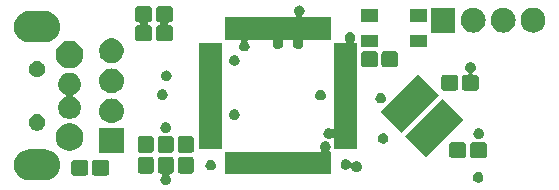
<source format=gbs>
G04 #@! TF.GenerationSoftware,KiCad,Pcbnew,(5.0.1)-3*
G04 #@! TF.CreationDate,2018-12-01T20:49:27+09:00*
G04 #@! TF.ProjectId,comet46,636F6D657434362E6B696361645F7063,rev?*
G04 #@! TF.SameCoordinates,PX2faf080PY2faf080*
G04 #@! TF.FileFunction,Soldermask,Bot*
G04 #@! TF.FilePolarity,Negative*
%FSLAX46Y46*%
G04 Gerber Fmt 4.6, Leading zero omitted, Abs format (unit mm)*
G04 Created by KiCad (PCBNEW (5.0.1)-3) date 2018/12/01 20:49:27*
%MOMM*%
%LPD*%
G01*
G04 APERTURE LIST*
%ADD10C,0.100000*%
G04 APERTURE END LIST*
D10*
G36*
X14453530Y-13155877D02*
X14505010Y-13171493D01*
X14552442Y-13196846D01*
X14594027Y-13230973D01*
X14628154Y-13272558D01*
X14653507Y-13319990D01*
X14669123Y-13371470D01*
X14675000Y-13431140D01*
X14675000Y-14318860D01*
X14669123Y-14378530D01*
X14653507Y-14430010D01*
X14628154Y-14477442D01*
X14594027Y-14519027D01*
X14552442Y-14553154D01*
X14505010Y-14578507D01*
X14453530Y-14594123D01*
X14422499Y-14597179D01*
X14398465Y-14601959D01*
X14375826Y-14611336D01*
X14355452Y-14624950D01*
X14338124Y-14642277D01*
X14324510Y-14662652D01*
X14315133Y-14685291D01*
X14310352Y-14709324D01*
X14310352Y-14733828D01*
X14315132Y-14757862D01*
X14324509Y-14780501D01*
X14338123Y-14800875D01*
X14346362Y-14809965D01*
X14349536Y-14813139D01*
X14398785Y-14886845D01*
X14432707Y-14968740D01*
X14450000Y-15055678D01*
X14450000Y-15144322D01*
X14432707Y-15231260D01*
X14398785Y-15313155D01*
X14349536Y-15386861D01*
X14286861Y-15449536D01*
X14213155Y-15498785D01*
X14131260Y-15532707D01*
X14044322Y-15550000D01*
X13955678Y-15550000D01*
X13868740Y-15532707D01*
X13786845Y-15498785D01*
X13713139Y-15449536D01*
X13650464Y-15386861D01*
X13601215Y-15313155D01*
X13567293Y-15231260D01*
X13550000Y-15144322D01*
X13550000Y-15055678D01*
X13567293Y-14968740D01*
X13601215Y-14886845D01*
X13650464Y-14813139D01*
X13653638Y-14809965D01*
X13669184Y-14791023D01*
X13680735Y-14769412D01*
X13687848Y-14745963D01*
X13690250Y-14721577D01*
X13687848Y-14697191D01*
X13680735Y-14673742D01*
X13669184Y-14652131D01*
X13653638Y-14633189D01*
X13634696Y-14617643D01*
X13613085Y-14606092D01*
X13589636Y-14598979D01*
X13577501Y-14597179D01*
X13546470Y-14594123D01*
X13494990Y-14578507D01*
X13447558Y-14553154D01*
X13405973Y-14519027D01*
X13371846Y-14477442D01*
X13346493Y-14430010D01*
X13330877Y-14378530D01*
X13325000Y-14318860D01*
X13325000Y-13431140D01*
X13330877Y-13371470D01*
X13346493Y-13319990D01*
X13371846Y-13272558D01*
X13405973Y-13230973D01*
X13447558Y-13196846D01*
X13494990Y-13171493D01*
X13546470Y-13155877D01*
X13606140Y-13150000D01*
X14393860Y-13150000D01*
X14453530Y-13155877D01*
X14453530Y-13155877D01*
G37*
G36*
X40581260Y-14467293D02*
X40663155Y-14501215D01*
X40736861Y-14550464D01*
X40799536Y-14613139D01*
X40848785Y-14686845D01*
X40882707Y-14768740D01*
X40900000Y-14855678D01*
X40900000Y-14944322D01*
X40882707Y-15031260D01*
X40848785Y-15113155D01*
X40799536Y-15186861D01*
X40736861Y-15249536D01*
X40663155Y-15298785D01*
X40581260Y-15332707D01*
X40494322Y-15350000D01*
X40405678Y-15350000D01*
X40318740Y-15332707D01*
X40236845Y-15298785D01*
X40163139Y-15249536D01*
X40100464Y-15186861D01*
X40051215Y-15113155D01*
X40017293Y-15031260D01*
X40000000Y-14944322D01*
X40000000Y-14855678D01*
X40017293Y-14768740D01*
X40051215Y-14686845D01*
X40100464Y-14613139D01*
X40163139Y-14550464D01*
X40236845Y-14501215D01*
X40318740Y-14467293D01*
X40405678Y-14450000D01*
X40494322Y-14450000D01*
X40581260Y-14467293D01*
X40581260Y-14467293D01*
G37*
G36*
X4004845Y-12568810D02*
X4249896Y-12643145D01*
X4475736Y-12763860D01*
X4673687Y-12926313D01*
X4836140Y-13124264D01*
X4956855Y-13350104D01*
X5031190Y-13595155D01*
X5056290Y-13850000D01*
X5031190Y-14104845D01*
X4956855Y-14349896D01*
X4836140Y-14575736D01*
X4673687Y-14773687D01*
X4475736Y-14936140D01*
X4249896Y-15056855D01*
X4004845Y-15131190D01*
X3813864Y-15150000D01*
X2386136Y-15150000D01*
X2195155Y-15131190D01*
X1950104Y-15056855D01*
X1724264Y-14936140D01*
X1526313Y-14773687D01*
X1363860Y-14575736D01*
X1243145Y-14349896D01*
X1168810Y-14104845D01*
X1143710Y-13850000D01*
X1168810Y-13595155D01*
X1243145Y-13350104D01*
X1363860Y-13124264D01*
X1526313Y-12926313D01*
X1724264Y-12763860D01*
X1950104Y-12643145D01*
X2195155Y-12568810D01*
X2386136Y-12550000D01*
X3813864Y-12550000D01*
X4004845Y-12568810D01*
X4004845Y-12568810D01*
G37*
G36*
X7228530Y-13430877D02*
X7280010Y-13446493D01*
X7327442Y-13471846D01*
X7369027Y-13505973D01*
X7403154Y-13547558D01*
X7428507Y-13594990D01*
X7444123Y-13646470D01*
X7450000Y-13706140D01*
X7450000Y-14493860D01*
X7444123Y-14553530D01*
X7428507Y-14605010D01*
X7403154Y-14652442D01*
X7369027Y-14694027D01*
X7327442Y-14728154D01*
X7280010Y-14753507D01*
X7228530Y-14769123D01*
X7168860Y-14775000D01*
X6281140Y-14775000D01*
X6221470Y-14769123D01*
X6169990Y-14753507D01*
X6122558Y-14728154D01*
X6080973Y-14694027D01*
X6046846Y-14652442D01*
X6021493Y-14605010D01*
X6005877Y-14553530D01*
X6000000Y-14493860D01*
X6000000Y-13706140D01*
X6005877Y-13646470D01*
X6021493Y-13594990D01*
X6046846Y-13547558D01*
X6080973Y-13505973D01*
X6122558Y-13471846D01*
X6169990Y-13446493D01*
X6221470Y-13430877D01*
X6281140Y-13425000D01*
X7168860Y-13425000D01*
X7228530Y-13430877D01*
X7228530Y-13430877D01*
G37*
G36*
X8978530Y-13430877D02*
X9030010Y-13446493D01*
X9077442Y-13471846D01*
X9119027Y-13505973D01*
X9153154Y-13547558D01*
X9178507Y-13594990D01*
X9194123Y-13646470D01*
X9200000Y-13706140D01*
X9200000Y-14493860D01*
X9194123Y-14553530D01*
X9178507Y-14605010D01*
X9153154Y-14652442D01*
X9119027Y-14694027D01*
X9077442Y-14728154D01*
X9030010Y-14753507D01*
X8978530Y-14769123D01*
X8918860Y-14775000D01*
X8031140Y-14775000D01*
X7971470Y-14769123D01*
X7919990Y-14753507D01*
X7872558Y-14728154D01*
X7830973Y-14694027D01*
X7796846Y-14652442D01*
X7771493Y-14605010D01*
X7755877Y-14553530D01*
X7750000Y-14493860D01*
X7750000Y-13706140D01*
X7755877Y-13646470D01*
X7771493Y-13594990D01*
X7796846Y-13547558D01*
X7830973Y-13505973D01*
X7872558Y-13471846D01*
X7919990Y-13446493D01*
X7971470Y-13430877D01*
X8031140Y-13425000D01*
X8918860Y-13425000D01*
X8978530Y-13430877D01*
X8978530Y-13430877D01*
G37*
G36*
X27639042Y-11860216D02*
X27657983Y-11875761D01*
X27679596Y-11887314D01*
X27713153Y-11901214D01*
X27713155Y-11901215D01*
X27757547Y-11930877D01*
X27786861Y-11950464D01*
X27849536Y-12013139D01*
X27898785Y-12086845D01*
X27932707Y-12168740D01*
X27950000Y-12255678D01*
X27950000Y-12344322D01*
X27932707Y-12431260D01*
X27898784Y-12513157D01*
X27870455Y-12555555D01*
X27858904Y-12577165D01*
X27851791Y-12600615D01*
X27849389Y-12625001D01*
X27851791Y-12649387D01*
X27858904Y-12672836D01*
X27870456Y-12694447D01*
X27886001Y-12713389D01*
X27904944Y-12728934D01*
X27926554Y-12740485D01*
X27950004Y-12747598D01*
X27974389Y-12750000D01*
X27975000Y-12750000D01*
X27975000Y-14650000D01*
X19025000Y-14650000D01*
X19025000Y-12750000D01*
X27025611Y-12750000D01*
X27049997Y-12747598D01*
X27073446Y-12740485D01*
X27095057Y-12728934D01*
X27113999Y-12713388D01*
X27129545Y-12694446D01*
X27141096Y-12672835D01*
X27148209Y-12649386D01*
X27150611Y-12625000D01*
X27148209Y-12600614D01*
X27141096Y-12577165D01*
X27129545Y-12555555D01*
X27101216Y-12513157D01*
X27067293Y-12431260D01*
X27050000Y-12344322D01*
X27050000Y-12255678D01*
X27067293Y-12168740D01*
X27101215Y-12086845D01*
X27150464Y-12013139D01*
X27213139Y-11950464D01*
X27286845Y-11901215D01*
X27368740Y-11867293D01*
X27455678Y-11850000D01*
X27544322Y-11850000D01*
X27548177Y-11850767D01*
X27572563Y-11853170D01*
X27596949Y-11850769D01*
X27620399Y-11843656D01*
X27623912Y-11841779D01*
X27639042Y-11860216D01*
X27639042Y-11860216D01*
G37*
G36*
X16153530Y-13155877D02*
X16205010Y-13171493D01*
X16252442Y-13196846D01*
X16294027Y-13230973D01*
X16328154Y-13272558D01*
X16353507Y-13319990D01*
X16369123Y-13371470D01*
X16375000Y-13431140D01*
X16375000Y-14318860D01*
X16369123Y-14378530D01*
X16353507Y-14430010D01*
X16328154Y-14477442D01*
X16294027Y-14519027D01*
X16252442Y-14553154D01*
X16205010Y-14578507D01*
X16153530Y-14594123D01*
X16093860Y-14600000D01*
X15306140Y-14600000D01*
X15246470Y-14594123D01*
X15194990Y-14578507D01*
X15147558Y-14553154D01*
X15105973Y-14519027D01*
X15071846Y-14477442D01*
X15046493Y-14430010D01*
X15030877Y-14378530D01*
X15025000Y-14318860D01*
X15025000Y-13431140D01*
X15030877Y-13371470D01*
X15046493Y-13319990D01*
X15071846Y-13272558D01*
X15105973Y-13230973D01*
X15147558Y-13196846D01*
X15194990Y-13171493D01*
X15246470Y-13155877D01*
X15306140Y-13150000D01*
X16093860Y-13150000D01*
X16153530Y-13155877D01*
X16153530Y-13155877D01*
G37*
G36*
X12753530Y-13155877D02*
X12805010Y-13171493D01*
X12852442Y-13196846D01*
X12894027Y-13230973D01*
X12928154Y-13272558D01*
X12953507Y-13319990D01*
X12969123Y-13371470D01*
X12975000Y-13431140D01*
X12975000Y-14318860D01*
X12969123Y-14378530D01*
X12953507Y-14430010D01*
X12928154Y-14477442D01*
X12894027Y-14519027D01*
X12852442Y-14553154D01*
X12805010Y-14578507D01*
X12753530Y-14594123D01*
X12693860Y-14600000D01*
X11906140Y-14600000D01*
X11846470Y-14594123D01*
X11794990Y-14578507D01*
X11747558Y-14553154D01*
X11705973Y-14519027D01*
X11671846Y-14477442D01*
X11646493Y-14430010D01*
X11630877Y-14378530D01*
X11625000Y-14318860D01*
X11625000Y-13431140D01*
X11630877Y-13371470D01*
X11646493Y-13319990D01*
X11671846Y-13272558D01*
X11705973Y-13230973D01*
X11747558Y-13196846D01*
X11794990Y-13171493D01*
X11846470Y-13155877D01*
X11906140Y-13150000D01*
X12693860Y-13150000D01*
X12753530Y-13155877D01*
X12753530Y-13155877D01*
G37*
G36*
X29381260Y-13367283D02*
X29463155Y-13401205D01*
X29536861Y-13450454D01*
X29599536Y-13513129D01*
X29599538Y-13513132D01*
X29648785Y-13586835D01*
X29658617Y-13610573D01*
X29670163Y-13632174D01*
X29685708Y-13651116D01*
X29704650Y-13666662D01*
X29726261Y-13678213D01*
X29749710Y-13685327D01*
X29774096Y-13687729D01*
X29798483Y-13685327D01*
X29821932Y-13678215D01*
X29843543Y-13666664D01*
X29862486Y-13651117D01*
X29863139Y-13650464D01*
X29936845Y-13601215D01*
X30018740Y-13567293D01*
X30105678Y-13550000D01*
X30194322Y-13550000D01*
X30281260Y-13567293D01*
X30363155Y-13601215D01*
X30436861Y-13650464D01*
X30499536Y-13713139D01*
X30548785Y-13786845D01*
X30582707Y-13868740D01*
X30600000Y-13955678D01*
X30600000Y-14044322D01*
X30582707Y-14131260D01*
X30548785Y-14213155D01*
X30499536Y-14286861D01*
X30436861Y-14349536D01*
X30363155Y-14398785D01*
X30281260Y-14432707D01*
X30194322Y-14450000D01*
X30105678Y-14450000D01*
X30018740Y-14432707D01*
X29936845Y-14398785D01*
X29863139Y-14349536D01*
X29800464Y-14286861D01*
X29751217Y-14213158D01*
X29751215Y-14213155D01*
X29741383Y-14189417D01*
X29729837Y-14167816D01*
X29714292Y-14148874D01*
X29695350Y-14133328D01*
X29673739Y-14121777D01*
X29650290Y-14114663D01*
X29625904Y-14112261D01*
X29601517Y-14114663D01*
X29578068Y-14121775D01*
X29556457Y-14133326D01*
X29537514Y-14148873D01*
X29536861Y-14149526D01*
X29463155Y-14198775D01*
X29381260Y-14232697D01*
X29294322Y-14249990D01*
X29205678Y-14249990D01*
X29118740Y-14232697D01*
X29036845Y-14198775D01*
X28963139Y-14149526D01*
X28900464Y-14086851D01*
X28851215Y-14013145D01*
X28817293Y-13931250D01*
X28800000Y-13844312D01*
X28800000Y-13755668D01*
X28817293Y-13668730D01*
X28851215Y-13586835D01*
X28900464Y-13513129D01*
X28963139Y-13450454D01*
X29036845Y-13401205D01*
X29118740Y-13367283D01*
X29205678Y-13349990D01*
X29294322Y-13349990D01*
X29381260Y-13367283D01*
X29381260Y-13367283D01*
G37*
G36*
X17931260Y-13442293D02*
X18013155Y-13476215D01*
X18086861Y-13525464D01*
X18149536Y-13588139D01*
X18198785Y-13661845D01*
X18232707Y-13743740D01*
X18250000Y-13830678D01*
X18250000Y-13919322D01*
X18232707Y-14006260D01*
X18198785Y-14088155D01*
X18149536Y-14161861D01*
X18086861Y-14224536D01*
X18013155Y-14273785D01*
X17931260Y-14307707D01*
X17844322Y-14325000D01*
X17755678Y-14325000D01*
X17668740Y-14307707D01*
X17586845Y-14273785D01*
X17513139Y-14224536D01*
X17450464Y-14161861D01*
X17401215Y-14088155D01*
X17367293Y-14006260D01*
X17350000Y-13919322D01*
X17350000Y-13830678D01*
X17367293Y-13743740D01*
X17401215Y-13661845D01*
X17450464Y-13588139D01*
X17513139Y-13525464D01*
X17586845Y-13476215D01*
X17668740Y-13442293D01*
X17755678Y-13425000D01*
X17844322Y-13425000D01*
X17931260Y-13442293D01*
X17931260Y-13442293D01*
G37*
G36*
X40978530Y-11930877D02*
X41030010Y-11946493D01*
X41077442Y-11971846D01*
X41119027Y-12005973D01*
X41153154Y-12047558D01*
X41178507Y-12094990D01*
X41194123Y-12146470D01*
X41200000Y-12206140D01*
X41200000Y-12993860D01*
X41194123Y-13053530D01*
X41178507Y-13105010D01*
X41153154Y-13152442D01*
X41119027Y-13194027D01*
X41077442Y-13228154D01*
X41030010Y-13253507D01*
X40978530Y-13269123D01*
X40918860Y-13275000D01*
X40031140Y-13275000D01*
X39971470Y-13269123D01*
X39919990Y-13253507D01*
X39872558Y-13228154D01*
X39830973Y-13194027D01*
X39796846Y-13152442D01*
X39771493Y-13105010D01*
X39755877Y-13053530D01*
X39750000Y-12993860D01*
X39750000Y-12206140D01*
X39755877Y-12146470D01*
X39771493Y-12094990D01*
X39796846Y-12047558D01*
X39830973Y-12005973D01*
X39872558Y-11971846D01*
X39919990Y-11946493D01*
X39971470Y-11930877D01*
X40031140Y-11925000D01*
X40918860Y-11925000D01*
X40978530Y-11930877D01*
X40978530Y-11930877D01*
G37*
G36*
X39228530Y-11930877D02*
X39280010Y-11946493D01*
X39327442Y-11971846D01*
X39369027Y-12005973D01*
X39403154Y-12047558D01*
X39428507Y-12094990D01*
X39444123Y-12146470D01*
X39450000Y-12206140D01*
X39450000Y-12993860D01*
X39444123Y-13053530D01*
X39428507Y-13105010D01*
X39403154Y-13152442D01*
X39369027Y-13194027D01*
X39327442Y-13228154D01*
X39280010Y-13253507D01*
X39228530Y-13269123D01*
X39168860Y-13275000D01*
X38281140Y-13275000D01*
X38221470Y-13269123D01*
X38169990Y-13253507D01*
X38122558Y-13228154D01*
X38080973Y-13194027D01*
X38046846Y-13152442D01*
X38021493Y-13105010D01*
X38005877Y-13053530D01*
X38000000Y-12993860D01*
X38000000Y-12206140D01*
X38005877Y-12146470D01*
X38021493Y-12094990D01*
X38046846Y-12047558D01*
X38080973Y-12005973D01*
X38122558Y-11971846D01*
X38169990Y-11946493D01*
X38221470Y-11930877D01*
X38281140Y-11925000D01*
X39168860Y-11925000D01*
X39228530Y-11930877D01*
X39228530Y-11930877D01*
G37*
G36*
X39200180Y-10018198D02*
X36018198Y-13200180D01*
X34250430Y-11432412D01*
X37432412Y-8250430D01*
X39200180Y-10018198D01*
X39200180Y-10018198D01*
G37*
G36*
X10450000Y-12870000D02*
X8350000Y-12870000D01*
X8350000Y-10770000D01*
X10450000Y-10770000D01*
X10450000Y-12870000D01*
X10450000Y-12870000D01*
G37*
G36*
X16153530Y-11405877D02*
X16205010Y-11421493D01*
X16252442Y-11446846D01*
X16294027Y-11480973D01*
X16328154Y-11522558D01*
X16353507Y-11569990D01*
X16369123Y-11621470D01*
X16375000Y-11681140D01*
X16375000Y-12568860D01*
X16369123Y-12628530D01*
X16353507Y-12680010D01*
X16328154Y-12727442D01*
X16294027Y-12769027D01*
X16252442Y-12803154D01*
X16205010Y-12828507D01*
X16153530Y-12844123D01*
X16093860Y-12850000D01*
X15306140Y-12850000D01*
X15246470Y-12844123D01*
X15194990Y-12828507D01*
X15147558Y-12803154D01*
X15105973Y-12769027D01*
X15071846Y-12727442D01*
X15046493Y-12680010D01*
X15030877Y-12628530D01*
X15025000Y-12568860D01*
X15025000Y-11681140D01*
X15030877Y-11621470D01*
X15046493Y-11569990D01*
X15071846Y-11522558D01*
X15105973Y-11480973D01*
X15147558Y-11446846D01*
X15194990Y-11421493D01*
X15246470Y-11405877D01*
X15306140Y-11400000D01*
X16093860Y-11400000D01*
X16153530Y-11405877D01*
X16153530Y-11405877D01*
G37*
G36*
X14008798Y-11390485D02*
X14032247Y-11397598D01*
X14056633Y-11400000D01*
X14393860Y-11400000D01*
X14453530Y-11405877D01*
X14505010Y-11421493D01*
X14552442Y-11446846D01*
X14594027Y-11480973D01*
X14628154Y-11522558D01*
X14653507Y-11569990D01*
X14669123Y-11621470D01*
X14675000Y-11681140D01*
X14675000Y-12568860D01*
X14669123Y-12628530D01*
X14653507Y-12680010D01*
X14628154Y-12727442D01*
X14594027Y-12769027D01*
X14552442Y-12803154D01*
X14505010Y-12828507D01*
X14453530Y-12844123D01*
X14393860Y-12850000D01*
X13606140Y-12850000D01*
X13546470Y-12844123D01*
X13494990Y-12828507D01*
X13447558Y-12803154D01*
X13405973Y-12769027D01*
X13371846Y-12727442D01*
X13346493Y-12680010D01*
X13330877Y-12628530D01*
X13325000Y-12568860D01*
X13325000Y-11681140D01*
X13330877Y-11621470D01*
X13346493Y-11569990D01*
X13371846Y-11522558D01*
X13405973Y-11480973D01*
X13447558Y-11446846D01*
X13494990Y-11421493D01*
X13546470Y-11405877D01*
X13606140Y-11400000D01*
X13943367Y-11400000D01*
X13967753Y-11397598D01*
X13991202Y-11390485D01*
X14000000Y-11385783D01*
X14008798Y-11390485D01*
X14008798Y-11390485D01*
G37*
G36*
X12753530Y-11405877D02*
X12805010Y-11421493D01*
X12852442Y-11446846D01*
X12894027Y-11480973D01*
X12928154Y-11522558D01*
X12953507Y-11569990D01*
X12969123Y-11621470D01*
X12975000Y-11681140D01*
X12975000Y-12568860D01*
X12969123Y-12628530D01*
X12953507Y-12680010D01*
X12928154Y-12727442D01*
X12894027Y-12769027D01*
X12852442Y-12803154D01*
X12805010Y-12828507D01*
X12753530Y-12844123D01*
X12693860Y-12850000D01*
X11906140Y-12850000D01*
X11846470Y-12844123D01*
X11794990Y-12828507D01*
X11747558Y-12803154D01*
X11705973Y-12769027D01*
X11671846Y-12727442D01*
X11646493Y-12680010D01*
X11630877Y-12628530D01*
X11625000Y-12568860D01*
X11625000Y-11681140D01*
X11630877Y-11621470D01*
X11646493Y-11569990D01*
X11671846Y-11522558D01*
X11705973Y-11480973D01*
X11747558Y-11446846D01*
X11794990Y-11421493D01*
X11846470Y-11405877D01*
X11906140Y-11400000D01*
X12693860Y-11400000D01*
X12753530Y-11405877D01*
X12753530Y-11405877D01*
G37*
G36*
X6114793Y-10364847D02*
X6189818Y-10379770D01*
X6369464Y-10454182D01*
X6401834Y-10467590D01*
X6592647Y-10595087D01*
X6754913Y-10757353D01*
X6754915Y-10757356D01*
X6882410Y-10948166D01*
X6970230Y-11160182D01*
X6978392Y-11201215D01*
X7015000Y-11385256D01*
X7015000Y-11614744D01*
X7006725Y-11656344D01*
X6970230Y-11839818D01*
X6934946Y-11925000D01*
X6882410Y-12051834D01*
X6754913Y-12242647D01*
X6592647Y-12404913D01*
X6592644Y-12404915D01*
X6401834Y-12532410D01*
X6189818Y-12620230D01*
X6114793Y-12635153D01*
X5964744Y-12665000D01*
X5735256Y-12665000D01*
X5585207Y-12635153D01*
X5510182Y-12620230D01*
X5298166Y-12532410D01*
X5107356Y-12404915D01*
X5107353Y-12404913D01*
X4945087Y-12242647D01*
X4817590Y-12051834D01*
X4765054Y-11925000D01*
X4729770Y-11839818D01*
X4693275Y-11656344D01*
X4685000Y-11614744D01*
X4685000Y-11385256D01*
X4721608Y-11201215D01*
X4729770Y-11160182D01*
X4817590Y-10948166D01*
X4945085Y-10757356D01*
X4945087Y-10757353D01*
X5107353Y-10595087D01*
X5298166Y-10467590D01*
X5330536Y-10454182D01*
X5510182Y-10379770D01*
X5585207Y-10364847D01*
X5735256Y-10335000D01*
X5964744Y-10335000D01*
X6114793Y-10364847D01*
X6114793Y-10364847D01*
G37*
G36*
X18750000Y-12475000D02*
X16850000Y-12475000D01*
X16850000Y-3525000D01*
X18750000Y-3525000D01*
X18750000Y-12475000D01*
X18750000Y-12475000D01*
G37*
G36*
X29731282Y-2617271D02*
X29813177Y-2651193D01*
X29886883Y-2700442D01*
X29949558Y-2763117D01*
X29998807Y-2836823D01*
X30032729Y-2918718D01*
X30050022Y-3005656D01*
X30050022Y-3094300D01*
X30032729Y-3181238D01*
X29998807Y-3263133D01*
X29953758Y-3330554D01*
X29942207Y-3352165D01*
X29935094Y-3375615D01*
X29932692Y-3400001D01*
X29935094Y-3424387D01*
X29942207Y-3447836D01*
X29953759Y-3469447D01*
X29969304Y-3488389D01*
X29988246Y-3503934D01*
X30009857Y-3515485D01*
X30033307Y-3522598D01*
X30057692Y-3525000D01*
X30150000Y-3525000D01*
X30150000Y-12475000D01*
X28250000Y-12475000D01*
X28250000Y-11674389D01*
X28247598Y-11650003D01*
X28240485Y-11626554D01*
X28228934Y-11604943D01*
X28213388Y-11586001D01*
X28194446Y-11570455D01*
X28172835Y-11558904D01*
X28149386Y-11551791D01*
X28125000Y-11549389D01*
X28100614Y-11551791D01*
X28077165Y-11558904D01*
X28055555Y-11570455D01*
X28013157Y-11598784D01*
X28013156Y-11598785D01*
X28013155Y-11598785D01*
X28001162Y-11603753D01*
X27931260Y-11632707D01*
X27844322Y-11650000D01*
X27755678Y-11650000D01*
X27751823Y-11649233D01*
X27727437Y-11646830D01*
X27703051Y-11649231D01*
X27679601Y-11656344D01*
X27676088Y-11658221D01*
X27660958Y-11639784D01*
X27642017Y-11624239D01*
X27620404Y-11612686D01*
X27586847Y-11598786D01*
X27586846Y-11598786D01*
X27586845Y-11598785D01*
X27513142Y-11549538D01*
X27513139Y-11549536D01*
X27450464Y-11486861D01*
X27401215Y-11413155D01*
X27367293Y-11331260D01*
X27350000Y-11244322D01*
X27350000Y-11155678D01*
X27367293Y-11068740D01*
X27401215Y-10986845D01*
X27450464Y-10913139D01*
X27513139Y-10850464D01*
X27586845Y-10801215D01*
X27668740Y-10767293D01*
X27755678Y-10750000D01*
X27844322Y-10750000D01*
X27931260Y-10767293D01*
X28013157Y-10801216D01*
X28055555Y-10829545D01*
X28077165Y-10841096D01*
X28100615Y-10848209D01*
X28125001Y-10850611D01*
X28149387Y-10848209D01*
X28172836Y-10841096D01*
X28194447Y-10829544D01*
X28213389Y-10813999D01*
X28228934Y-10795056D01*
X28240485Y-10773446D01*
X28247598Y-10749996D01*
X28250000Y-10725611D01*
X28250000Y-3525000D01*
X29142352Y-3525000D01*
X29166738Y-3522598D01*
X29190187Y-3515485D01*
X29211798Y-3503934D01*
X29230740Y-3488388D01*
X29246286Y-3469446D01*
X29257837Y-3447835D01*
X29264950Y-3424386D01*
X29267352Y-3400000D01*
X29264950Y-3375614D01*
X29257837Y-3352165D01*
X29246286Y-3330554D01*
X29201237Y-3263133D01*
X29167315Y-3181238D01*
X29150022Y-3094300D01*
X29150022Y-3005656D01*
X29167315Y-2918718D01*
X29201237Y-2836823D01*
X29250486Y-2763117D01*
X29313161Y-2700442D01*
X29386867Y-2651193D01*
X29468762Y-2617271D01*
X29555700Y-2599978D01*
X29644344Y-2599978D01*
X29731282Y-2617271D01*
X29731282Y-2617271D01*
G37*
G36*
X32531260Y-11167293D02*
X32613155Y-11201215D01*
X32686861Y-11250464D01*
X32749536Y-11313139D01*
X32798785Y-11386845D01*
X32832707Y-11468740D01*
X32850000Y-11555678D01*
X32850000Y-11644322D01*
X32832707Y-11731260D01*
X32798785Y-11813155D01*
X32749536Y-11886861D01*
X32686861Y-11949536D01*
X32613155Y-11998785D01*
X32531260Y-12032707D01*
X32444322Y-12050000D01*
X32355678Y-12050000D01*
X32268740Y-12032707D01*
X32186845Y-11998785D01*
X32113139Y-11949536D01*
X32050464Y-11886861D01*
X32001215Y-11813155D01*
X31967293Y-11731260D01*
X31950000Y-11644322D01*
X31950000Y-11555678D01*
X31967293Y-11468740D01*
X32001215Y-11386845D01*
X32050464Y-11313139D01*
X32113139Y-11250464D01*
X32186845Y-11201215D01*
X32268740Y-11167293D01*
X32355678Y-11150000D01*
X32444322Y-11150000D01*
X32531260Y-11167293D01*
X32531260Y-11167293D01*
G37*
G36*
X40631260Y-10767293D02*
X40713155Y-10801215D01*
X40786861Y-10850464D01*
X40849536Y-10913139D01*
X40898785Y-10986845D01*
X40932707Y-11068740D01*
X40950000Y-11155678D01*
X40950000Y-11244322D01*
X40932707Y-11331260D01*
X40898785Y-11413155D01*
X40849536Y-11486861D01*
X40786861Y-11549536D01*
X40713155Y-11598785D01*
X40631260Y-11632707D01*
X40544322Y-11650000D01*
X40455678Y-11650000D01*
X40368740Y-11632707D01*
X40286845Y-11598785D01*
X40213139Y-11549536D01*
X40150464Y-11486861D01*
X40101215Y-11413155D01*
X40067293Y-11331260D01*
X40050000Y-11244322D01*
X40050000Y-11155678D01*
X40067293Y-11068740D01*
X40101215Y-10986845D01*
X40150464Y-10913139D01*
X40213139Y-10850464D01*
X40286845Y-10801215D01*
X40368740Y-10767293D01*
X40455678Y-10750000D01*
X40544322Y-10750000D01*
X40631260Y-10767293D01*
X40631260Y-10767293D01*
G37*
G36*
X14131260Y-10267293D02*
X14213155Y-10301215D01*
X14286861Y-10350464D01*
X14349536Y-10413139D01*
X14398785Y-10486845D01*
X14432707Y-10568740D01*
X14450000Y-10655678D01*
X14450000Y-10744322D01*
X14432707Y-10831260D01*
X14398785Y-10913155D01*
X14349536Y-10986861D01*
X14286861Y-11049536D01*
X14213155Y-11098785D01*
X14131260Y-11132707D01*
X14032246Y-11152402D01*
X14008797Y-11159515D01*
X14000000Y-11164217D01*
X13991202Y-11159515D01*
X13967754Y-11152402D01*
X13868740Y-11132707D01*
X13786845Y-11098785D01*
X13713139Y-11049536D01*
X13650464Y-10986861D01*
X13601215Y-10913155D01*
X13567293Y-10831260D01*
X13550000Y-10744322D01*
X13550000Y-10655678D01*
X13567293Y-10568740D01*
X13601215Y-10486845D01*
X13650464Y-10413139D01*
X13713139Y-10350464D01*
X13786845Y-10301215D01*
X13868740Y-10267293D01*
X13955678Y-10250000D01*
X14044322Y-10250000D01*
X14131260Y-10267293D01*
X14131260Y-10267293D01*
G37*
G36*
X37149570Y-7967588D02*
X33967588Y-11149570D01*
X32199820Y-9381802D01*
X35381802Y-6199820D01*
X37149570Y-7967588D01*
X37149570Y-7967588D01*
G37*
G36*
X3304183Y-9576900D02*
X3431574Y-9629668D01*
X3546224Y-9706274D01*
X3643726Y-9803776D01*
X3685417Y-9866172D01*
X3720332Y-9918426D01*
X3773100Y-10045817D01*
X3800000Y-10181055D01*
X3800000Y-10318945D01*
X3773100Y-10454183D01*
X3725648Y-10568740D01*
X3720332Y-10581574D01*
X3643726Y-10696224D01*
X3546224Y-10793726D01*
X3490050Y-10831260D01*
X3431574Y-10870332D01*
X3304183Y-10923100D01*
X3168945Y-10950000D01*
X3031055Y-10950000D01*
X2895817Y-10923100D01*
X2768426Y-10870332D01*
X2709950Y-10831260D01*
X2653776Y-10793726D01*
X2556274Y-10696224D01*
X2479668Y-10581574D01*
X2474352Y-10568740D01*
X2426900Y-10454183D01*
X2400000Y-10318945D01*
X2400000Y-10181055D01*
X2426900Y-10045817D01*
X2479668Y-9918426D01*
X2514583Y-9866172D01*
X2556274Y-9803776D01*
X2653776Y-9706274D01*
X2768426Y-9629668D01*
X2895817Y-9576900D01*
X3031055Y-9550000D01*
X3168945Y-9550000D01*
X3304183Y-9576900D01*
X3304183Y-9576900D01*
G37*
G36*
X9521209Y-8236858D02*
X9605836Y-8245193D01*
X9737787Y-8285220D01*
X9803763Y-8305233D01*
X9986172Y-8402733D01*
X10146054Y-8533946D01*
X10277267Y-8693828D01*
X10374767Y-8876237D01*
X10394780Y-8942213D01*
X10434807Y-9074164D01*
X10455080Y-9280000D01*
X10434807Y-9485836D01*
X10413620Y-9555679D01*
X10374767Y-9683763D01*
X10277267Y-9866172D01*
X10146054Y-10026054D01*
X9986172Y-10157267D01*
X9803763Y-10254767D01*
X9762466Y-10267294D01*
X9605836Y-10314807D01*
X9528707Y-10322404D01*
X9451580Y-10330000D01*
X9348420Y-10330000D01*
X9271293Y-10322404D01*
X9194164Y-10314807D01*
X9037534Y-10267294D01*
X8996237Y-10254767D01*
X8813828Y-10157267D01*
X8653946Y-10026054D01*
X8522733Y-9866172D01*
X8425233Y-9683763D01*
X8386380Y-9555679D01*
X8365193Y-9485836D01*
X8344920Y-9280000D01*
X8365193Y-9074164D01*
X8405220Y-8942213D01*
X8425233Y-8876237D01*
X8522733Y-8693828D01*
X8653946Y-8533946D01*
X8813828Y-8402733D01*
X8996237Y-8305233D01*
X9062213Y-8285220D01*
X9194164Y-8245193D01*
X9278791Y-8236858D01*
X9348420Y-8230000D01*
X9451580Y-8230000D01*
X9521209Y-8236858D01*
X9521209Y-8236858D01*
G37*
G36*
X19931260Y-9167293D02*
X20013155Y-9201215D01*
X20086861Y-9250464D01*
X20149536Y-9313139D01*
X20198785Y-9386845D01*
X20232707Y-9468740D01*
X20250000Y-9555678D01*
X20250000Y-9644322D01*
X20232707Y-9731260D01*
X20198785Y-9813155D01*
X20149536Y-9886861D01*
X20086861Y-9949536D01*
X20013155Y-9998785D01*
X19931260Y-10032707D01*
X19844322Y-10050000D01*
X19755678Y-10050000D01*
X19668740Y-10032707D01*
X19586845Y-9998785D01*
X19513139Y-9949536D01*
X19450464Y-9886861D01*
X19401215Y-9813155D01*
X19367293Y-9731260D01*
X19350000Y-9644322D01*
X19350000Y-9555678D01*
X19367293Y-9468740D01*
X19401215Y-9386845D01*
X19450464Y-9313139D01*
X19513139Y-9250464D01*
X19586845Y-9201215D01*
X19668740Y-9167293D01*
X19755678Y-9150000D01*
X19844322Y-9150000D01*
X19931260Y-9167293D01*
X19931260Y-9167293D01*
G37*
G36*
X6131477Y-6072084D02*
X6131479Y-6072085D01*
X6131480Y-6072085D01*
X6307099Y-6144828D01*
X6465152Y-6250436D01*
X6599564Y-6384848D01*
X6705172Y-6542901D01*
X6777915Y-6718520D01*
X6777916Y-6718523D01*
X6815000Y-6904954D01*
X6815000Y-7095046D01*
X6786664Y-7237500D01*
X6777915Y-7281480D01*
X6705172Y-7457099D01*
X6599564Y-7615152D01*
X6465152Y-7749564D01*
X6307099Y-7855172D01*
X6237646Y-7883940D01*
X6236258Y-7884515D01*
X6214647Y-7896066D01*
X6195705Y-7911612D01*
X6180159Y-7930554D01*
X6168608Y-7952165D01*
X6161495Y-7975614D01*
X6159093Y-8000000D01*
X6161495Y-8024386D01*
X6168608Y-8047835D01*
X6180159Y-8069446D01*
X6195705Y-8088388D01*
X6214647Y-8103934D01*
X6236258Y-8115485D01*
X6307099Y-8144828D01*
X6465152Y-8250436D01*
X6599564Y-8384848D01*
X6705172Y-8542901D01*
X6777915Y-8718520D01*
X6777916Y-8718523D01*
X6815000Y-8904954D01*
X6815000Y-9095046D01*
X6778210Y-9280000D01*
X6777915Y-9281480D01*
X6705172Y-9457099D01*
X6599564Y-9615152D01*
X6465152Y-9749564D01*
X6307099Y-9855172D01*
X6131480Y-9927915D01*
X6131479Y-9927915D01*
X6131477Y-9927916D01*
X5945046Y-9965000D01*
X5754954Y-9965000D01*
X5568523Y-9927916D01*
X5568521Y-9927915D01*
X5568520Y-9927915D01*
X5392901Y-9855172D01*
X5234848Y-9749564D01*
X5100436Y-9615152D01*
X4994828Y-9457099D01*
X4922085Y-9281480D01*
X4921791Y-9280000D01*
X4885000Y-9095046D01*
X4885000Y-8904954D01*
X4922084Y-8718523D01*
X4922085Y-8718520D01*
X4994828Y-8542901D01*
X5100436Y-8384848D01*
X5234848Y-8250436D01*
X5392901Y-8144828D01*
X5463742Y-8115485D01*
X5485353Y-8103934D01*
X5504295Y-8088388D01*
X5519841Y-8069446D01*
X5531392Y-8047835D01*
X5538505Y-8024386D01*
X5540907Y-8000000D01*
X5538505Y-7975614D01*
X5531392Y-7952165D01*
X5519841Y-7930554D01*
X5504295Y-7911612D01*
X5485353Y-7896066D01*
X5463742Y-7884515D01*
X5462354Y-7883940D01*
X5392901Y-7855172D01*
X5234848Y-7749564D01*
X5100436Y-7615152D01*
X4994828Y-7457099D01*
X4922085Y-7281480D01*
X4913337Y-7237500D01*
X4885000Y-7095046D01*
X4885000Y-6904954D01*
X4922084Y-6718523D01*
X4922085Y-6718520D01*
X4994828Y-6542901D01*
X5100436Y-6384848D01*
X5234848Y-6250436D01*
X5392901Y-6144828D01*
X5568520Y-6072085D01*
X5568521Y-6072085D01*
X5568523Y-6072084D01*
X5754954Y-6035000D01*
X5945046Y-6035000D01*
X6131477Y-6072084D01*
X6131477Y-6072084D01*
G37*
G36*
X32331260Y-7767293D02*
X32413155Y-7801215D01*
X32486861Y-7850464D01*
X32549536Y-7913139D01*
X32598785Y-7986845D01*
X32632707Y-8068740D01*
X32650000Y-8155678D01*
X32650000Y-8244322D01*
X32632707Y-8331260D01*
X32598785Y-8413155D01*
X32549536Y-8486861D01*
X32486861Y-8549536D01*
X32413155Y-8598785D01*
X32331260Y-8632707D01*
X32244322Y-8650000D01*
X32155678Y-8650000D01*
X32068740Y-8632707D01*
X31986845Y-8598785D01*
X31913139Y-8549536D01*
X31850464Y-8486861D01*
X31801215Y-8413155D01*
X31767293Y-8331260D01*
X31750000Y-8244322D01*
X31750000Y-8155678D01*
X31767293Y-8068740D01*
X31801215Y-7986845D01*
X31850464Y-7913139D01*
X31913139Y-7850464D01*
X31986845Y-7801215D01*
X32068740Y-7767293D01*
X32155678Y-7750000D01*
X32244322Y-7750000D01*
X32331260Y-7767293D01*
X32331260Y-7767293D01*
G37*
G36*
X27231260Y-7517293D02*
X27313155Y-7551215D01*
X27386861Y-7600464D01*
X27449536Y-7663139D01*
X27498785Y-7736845D01*
X27532707Y-7818740D01*
X27550000Y-7905678D01*
X27550000Y-7994322D01*
X27532707Y-8081260D01*
X27498785Y-8163155D01*
X27449536Y-8236861D01*
X27386861Y-8299536D01*
X27313155Y-8348785D01*
X27231260Y-8382707D01*
X27144322Y-8400000D01*
X27055678Y-8400000D01*
X26968740Y-8382707D01*
X26886845Y-8348785D01*
X26813139Y-8299536D01*
X26750464Y-8236861D01*
X26701215Y-8163155D01*
X26667293Y-8081260D01*
X26650000Y-7994322D01*
X26650000Y-7905678D01*
X26667293Y-7818740D01*
X26701215Y-7736845D01*
X26750464Y-7663139D01*
X26813139Y-7600464D01*
X26886845Y-7551215D01*
X26968740Y-7517293D01*
X27055678Y-7500000D01*
X27144322Y-7500000D01*
X27231260Y-7517293D01*
X27231260Y-7517293D01*
G37*
G36*
X13831260Y-7467293D02*
X13913155Y-7501215D01*
X13986861Y-7550464D01*
X14049536Y-7613139D01*
X14098785Y-7686845D01*
X14132707Y-7768740D01*
X14150000Y-7855678D01*
X14150000Y-7944322D01*
X14132707Y-8031260D01*
X14098785Y-8113155D01*
X14049536Y-8186861D01*
X13986861Y-8249536D01*
X13913155Y-8298785D01*
X13831260Y-8332707D01*
X13744322Y-8350000D01*
X13655678Y-8350000D01*
X13568740Y-8332707D01*
X13486845Y-8298785D01*
X13413139Y-8249536D01*
X13350464Y-8186861D01*
X13301215Y-8113155D01*
X13267293Y-8031260D01*
X13250000Y-7944322D01*
X13250000Y-7855678D01*
X13267293Y-7768740D01*
X13301215Y-7686845D01*
X13350464Y-7613139D01*
X13413139Y-7550464D01*
X13486845Y-7501215D01*
X13568740Y-7467293D01*
X13655678Y-7450000D01*
X13744322Y-7450000D01*
X13831260Y-7467293D01*
X13831260Y-7467293D01*
G37*
G36*
X9528707Y-5697596D02*
X9605836Y-5705193D01*
X9737787Y-5745220D01*
X9803763Y-5765233D01*
X9986172Y-5862733D01*
X10146054Y-5993946D01*
X10277267Y-6153828D01*
X10374767Y-6336237D01*
X10378201Y-6347558D01*
X10434807Y-6534164D01*
X10455080Y-6740000D01*
X10434807Y-6945836D01*
X10394780Y-7077787D01*
X10374767Y-7143763D01*
X10277267Y-7326172D01*
X10146054Y-7486054D01*
X9986172Y-7617267D01*
X9803763Y-7714767D01*
X9737787Y-7734780D01*
X9605836Y-7774807D01*
X9528707Y-7782404D01*
X9451580Y-7790000D01*
X9348420Y-7790000D01*
X9271293Y-7782404D01*
X9194164Y-7774807D01*
X9062213Y-7734780D01*
X8996237Y-7714767D01*
X8813828Y-7617267D01*
X8653946Y-7486054D01*
X8522733Y-7326172D01*
X8425233Y-7143763D01*
X8405220Y-7077787D01*
X8365193Y-6945836D01*
X8344920Y-6740000D01*
X8365193Y-6534164D01*
X8421799Y-6347558D01*
X8425233Y-6336237D01*
X8522733Y-6153828D01*
X8653946Y-5993946D01*
X8813828Y-5862733D01*
X8996237Y-5765233D01*
X9062213Y-5745220D01*
X9194164Y-5705193D01*
X9271293Y-5697596D01*
X9348420Y-5690000D01*
X9451580Y-5690000D01*
X9528707Y-5697596D01*
X9528707Y-5697596D01*
G37*
G36*
X39931260Y-5167297D02*
X40013155Y-5201219D01*
X40086861Y-5250468D01*
X40149536Y-5313143D01*
X40198785Y-5386849D01*
X40232707Y-5468744D01*
X40250000Y-5555682D01*
X40250000Y-5644326D01*
X40232707Y-5731264D01*
X40198785Y-5813159D01*
X40149536Y-5886865D01*
X40086861Y-5949540D01*
X40017230Y-5996066D01*
X39998288Y-6011612D01*
X39982742Y-6030554D01*
X39971191Y-6052164D01*
X39964078Y-6075614D01*
X39961676Y-6100000D01*
X39964078Y-6124386D01*
X39971191Y-6147835D01*
X39982742Y-6169446D01*
X39998288Y-6188388D01*
X40017230Y-6203934D01*
X40038840Y-6215485D01*
X40062290Y-6222598D01*
X40086676Y-6225000D01*
X40218860Y-6225000D01*
X40278530Y-6230877D01*
X40330010Y-6246493D01*
X40377442Y-6271846D01*
X40419027Y-6305973D01*
X40453154Y-6347558D01*
X40478507Y-6394990D01*
X40494123Y-6446470D01*
X40500000Y-6506140D01*
X40500000Y-7293860D01*
X40494123Y-7353530D01*
X40478507Y-7405010D01*
X40453154Y-7452442D01*
X40419027Y-7494027D01*
X40377442Y-7528154D01*
X40330010Y-7553507D01*
X40278530Y-7569123D01*
X40218860Y-7575000D01*
X39331140Y-7575000D01*
X39271470Y-7569123D01*
X39219990Y-7553507D01*
X39172558Y-7528154D01*
X39130973Y-7494027D01*
X39096846Y-7452442D01*
X39071493Y-7405010D01*
X39055877Y-7353530D01*
X39050000Y-7293860D01*
X39050000Y-6506140D01*
X39055877Y-6446470D01*
X39071493Y-6394990D01*
X39096846Y-6347558D01*
X39130973Y-6305973D01*
X39172558Y-6271846D01*
X39219990Y-6246493D01*
X39271470Y-6230877D01*
X39331140Y-6225000D01*
X39513324Y-6225000D01*
X39537710Y-6222598D01*
X39561159Y-6215485D01*
X39582770Y-6203934D01*
X39601712Y-6188388D01*
X39617258Y-6169446D01*
X39628809Y-6147835D01*
X39635922Y-6124386D01*
X39638324Y-6100000D01*
X39635922Y-6075614D01*
X39628809Y-6052165D01*
X39617258Y-6030554D01*
X39601712Y-6011612D01*
X39582770Y-5996066D01*
X39513139Y-5949540D01*
X39450464Y-5886865D01*
X39401215Y-5813159D01*
X39367293Y-5731264D01*
X39350000Y-5644326D01*
X39350000Y-5555682D01*
X39367293Y-5468744D01*
X39401215Y-5386849D01*
X39450464Y-5313143D01*
X39513139Y-5250468D01*
X39586845Y-5201219D01*
X39668740Y-5167297D01*
X39755678Y-5150004D01*
X39844322Y-5150004D01*
X39931260Y-5167297D01*
X39931260Y-5167297D01*
G37*
G36*
X38528530Y-6230877D02*
X38580010Y-6246493D01*
X38627442Y-6271846D01*
X38669027Y-6305973D01*
X38703154Y-6347558D01*
X38728507Y-6394990D01*
X38744123Y-6446470D01*
X38750000Y-6506140D01*
X38750000Y-7293860D01*
X38744123Y-7353530D01*
X38728507Y-7405010D01*
X38703154Y-7452442D01*
X38669027Y-7494027D01*
X38627442Y-7528154D01*
X38580010Y-7553507D01*
X38528530Y-7569123D01*
X38468860Y-7575000D01*
X37581140Y-7575000D01*
X37521470Y-7569123D01*
X37469990Y-7553507D01*
X37422558Y-7528154D01*
X37380973Y-7494027D01*
X37346846Y-7452442D01*
X37321493Y-7405010D01*
X37305877Y-7353530D01*
X37300000Y-7293860D01*
X37300000Y-6506140D01*
X37305877Y-6446470D01*
X37321493Y-6394990D01*
X37346846Y-6347558D01*
X37380973Y-6305973D01*
X37422558Y-6271846D01*
X37469990Y-6246493D01*
X37521470Y-6230877D01*
X37581140Y-6225000D01*
X38468860Y-6225000D01*
X38528530Y-6230877D01*
X38528530Y-6230877D01*
G37*
G36*
X14181260Y-5867293D02*
X14263155Y-5901215D01*
X14336861Y-5950464D01*
X14399536Y-6013139D01*
X14448785Y-6086845D01*
X14482707Y-6168740D01*
X14500000Y-6255678D01*
X14500000Y-6344322D01*
X14482707Y-6431260D01*
X14448785Y-6513155D01*
X14399536Y-6586861D01*
X14336861Y-6649536D01*
X14263155Y-6698785D01*
X14181260Y-6732707D01*
X14094322Y-6750000D01*
X14005678Y-6750000D01*
X13918740Y-6732707D01*
X13836845Y-6698785D01*
X13763139Y-6649536D01*
X13700464Y-6586861D01*
X13651215Y-6513155D01*
X13617293Y-6431260D01*
X13600000Y-6344322D01*
X13600000Y-6255678D01*
X13617293Y-6168740D01*
X13651215Y-6086845D01*
X13700464Y-6013139D01*
X13763139Y-5950464D01*
X13836845Y-5901215D01*
X13918740Y-5867293D01*
X14005678Y-5850000D01*
X14094322Y-5850000D01*
X14181260Y-5867293D01*
X14181260Y-5867293D01*
G37*
G36*
X3304183Y-5076900D02*
X3431574Y-5129668D01*
X3546224Y-5206274D01*
X3643726Y-5303776D01*
X3674303Y-5349538D01*
X3720332Y-5418426D01*
X3773100Y-5545817D01*
X3800000Y-5681055D01*
X3800000Y-5818945D01*
X3773100Y-5954183D01*
X3723055Y-6075000D01*
X3720332Y-6081574D01*
X3643726Y-6196224D01*
X3546224Y-6293726D01*
X3470501Y-6344322D01*
X3431574Y-6370332D01*
X3304183Y-6423100D01*
X3168945Y-6450000D01*
X3031055Y-6450000D01*
X2895817Y-6423100D01*
X2768426Y-6370332D01*
X2729499Y-6344322D01*
X2653776Y-6293726D01*
X2556274Y-6196224D01*
X2479668Y-6081574D01*
X2476945Y-6075000D01*
X2426900Y-5954183D01*
X2400000Y-5818945D01*
X2400000Y-5681055D01*
X2426900Y-5545817D01*
X2479668Y-5418426D01*
X2525697Y-5349538D01*
X2556274Y-5303776D01*
X2653776Y-5206274D01*
X2768426Y-5129668D01*
X2895817Y-5076900D01*
X3031055Y-5050000D01*
X3168945Y-5050000D01*
X3304183Y-5076900D01*
X3304183Y-5076900D01*
G37*
G36*
X6114793Y-3364847D02*
X6189818Y-3379770D01*
X6359368Y-3450000D01*
X6401834Y-3467590D01*
X6592647Y-3595087D01*
X6754913Y-3757353D01*
X6754915Y-3757356D01*
X6882410Y-3948166D01*
X6970230Y-4160182D01*
X6983123Y-4225000D01*
X7015000Y-4385256D01*
X7015000Y-4614744D01*
X6970230Y-4839817D01*
X6882410Y-5051834D01*
X6754913Y-5242647D01*
X6592647Y-5404913D01*
X6592644Y-5404915D01*
X6401834Y-5532410D01*
X6189818Y-5620230D01*
X6114793Y-5635153D01*
X5964744Y-5665000D01*
X5735256Y-5665000D01*
X5585207Y-5635153D01*
X5510182Y-5620230D01*
X5298166Y-5532410D01*
X5107356Y-5404915D01*
X5107353Y-5404913D01*
X4945087Y-5242647D01*
X4817590Y-5051834D01*
X4729770Y-4839817D01*
X4685000Y-4614744D01*
X4685000Y-4385256D01*
X4716877Y-4225000D01*
X4729770Y-4160182D01*
X4817590Y-3948166D01*
X4945085Y-3757356D01*
X4945087Y-3757353D01*
X5107353Y-3595087D01*
X5298166Y-3467590D01*
X5340632Y-3450000D01*
X5510182Y-3379770D01*
X5585207Y-3364847D01*
X5735256Y-3335000D01*
X5964744Y-3335000D01*
X6114793Y-3364847D01*
X6114793Y-3364847D01*
G37*
G36*
X31728530Y-4230877D02*
X31780010Y-4246493D01*
X31827442Y-4271846D01*
X31869027Y-4305973D01*
X31903154Y-4347558D01*
X31928507Y-4394990D01*
X31944123Y-4446470D01*
X31950000Y-4506140D01*
X31950000Y-5293860D01*
X31944123Y-5353530D01*
X31928507Y-5405010D01*
X31903154Y-5452442D01*
X31869027Y-5494027D01*
X31827442Y-5528154D01*
X31780010Y-5553507D01*
X31728530Y-5569123D01*
X31668860Y-5575000D01*
X30781140Y-5575000D01*
X30721470Y-5569123D01*
X30669990Y-5553507D01*
X30622558Y-5528154D01*
X30580973Y-5494027D01*
X30546846Y-5452442D01*
X30521493Y-5405010D01*
X30505877Y-5353530D01*
X30500000Y-5293860D01*
X30500000Y-4506140D01*
X30505877Y-4446470D01*
X30521493Y-4394990D01*
X30546846Y-4347558D01*
X30580973Y-4305973D01*
X30622558Y-4271846D01*
X30669990Y-4246493D01*
X30721470Y-4230877D01*
X30781140Y-4225000D01*
X31668860Y-4225000D01*
X31728530Y-4230877D01*
X31728530Y-4230877D01*
G37*
G36*
X33478530Y-4230877D02*
X33530010Y-4246493D01*
X33577442Y-4271846D01*
X33619027Y-4305973D01*
X33653154Y-4347558D01*
X33678507Y-4394990D01*
X33694123Y-4446470D01*
X33700000Y-4506140D01*
X33700000Y-5293860D01*
X33694123Y-5353530D01*
X33678507Y-5405010D01*
X33653154Y-5452442D01*
X33619027Y-5494027D01*
X33577442Y-5528154D01*
X33530010Y-5553507D01*
X33478530Y-5569123D01*
X33418860Y-5575000D01*
X32531140Y-5575000D01*
X32471470Y-5569123D01*
X32419990Y-5553507D01*
X32372558Y-5528154D01*
X32330973Y-5494027D01*
X32296846Y-5452442D01*
X32271493Y-5405010D01*
X32255877Y-5353530D01*
X32250000Y-5293860D01*
X32250000Y-4506140D01*
X32255877Y-4446470D01*
X32271493Y-4394990D01*
X32296846Y-4347558D01*
X32330973Y-4305973D01*
X32372558Y-4271846D01*
X32419990Y-4246493D01*
X32471470Y-4230877D01*
X32531140Y-4225000D01*
X33418860Y-4225000D01*
X33478530Y-4230877D01*
X33478530Y-4230877D01*
G37*
G36*
X19931266Y-4567293D02*
X20013161Y-4601215D01*
X20086867Y-4650464D01*
X20149542Y-4713139D01*
X20198791Y-4786845D01*
X20232713Y-4868740D01*
X20250006Y-4955678D01*
X20250006Y-5044322D01*
X20232713Y-5131260D01*
X20198791Y-5213155D01*
X20149542Y-5286861D01*
X20086867Y-5349536D01*
X20013161Y-5398785D01*
X19931266Y-5432707D01*
X19844328Y-5450000D01*
X19755684Y-5450000D01*
X19668746Y-5432707D01*
X19586851Y-5398785D01*
X19513145Y-5349536D01*
X19450470Y-5286861D01*
X19401221Y-5213155D01*
X19367299Y-5131260D01*
X19350006Y-5044322D01*
X19350006Y-4955678D01*
X19367299Y-4868740D01*
X19401221Y-4786845D01*
X19450470Y-4713139D01*
X19513145Y-4650464D01*
X19586851Y-4601215D01*
X19668746Y-4567293D01*
X19755684Y-4550000D01*
X19844328Y-4550000D01*
X19931266Y-4567293D01*
X19931266Y-4567293D01*
G37*
G36*
X9521163Y-3153530D02*
X9706274Y-3190350D01*
X9897362Y-3269502D01*
X10069336Y-3384411D01*
X10215589Y-3530664D01*
X10330498Y-3702638D01*
X10409650Y-3893726D01*
X10433405Y-4013155D01*
X10450000Y-4096583D01*
X10450000Y-4303417D01*
X10445935Y-4323851D01*
X10409650Y-4506274D01*
X10330498Y-4697362D01*
X10215589Y-4869336D01*
X10069336Y-5015589D01*
X9897362Y-5130498D01*
X9706274Y-5209650D01*
X9525888Y-5245530D01*
X9503417Y-5250000D01*
X9296583Y-5250000D01*
X9274112Y-5245530D01*
X9093726Y-5209650D01*
X8902638Y-5130498D01*
X8730664Y-5015589D01*
X8584411Y-4869336D01*
X8469502Y-4697362D01*
X8390350Y-4506274D01*
X8354065Y-4323851D01*
X8350000Y-4303417D01*
X8350000Y-4096583D01*
X8366595Y-4013155D01*
X8390350Y-3893726D01*
X8469502Y-3702638D01*
X8584411Y-3530664D01*
X8730664Y-3384411D01*
X8902638Y-3269502D01*
X9093726Y-3190350D01*
X9278837Y-3153530D01*
X9296583Y-3150000D01*
X9503417Y-3150000D01*
X9521163Y-3153530D01*
X9521163Y-3153530D01*
G37*
G36*
X25431260Y-367293D02*
X25513155Y-401215D01*
X25586861Y-450464D01*
X25649536Y-513139D01*
X25698785Y-586845D01*
X25732707Y-668740D01*
X25750000Y-755678D01*
X25750000Y-844322D01*
X25732707Y-931260D01*
X25698785Y-1013155D01*
X25649536Y-1086861D01*
X25599785Y-1136612D01*
X25584239Y-1155554D01*
X25572688Y-1177165D01*
X25565575Y-1200614D01*
X25563173Y-1225000D01*
X25565575Y-1249386D01*
X25572688Y-1272835D01*
X25584239Y-1294446D01*
X25599785Y-1313388D01*
X25618727Y-1328934D01*
X25640338Y-1340485D01*
X25663787Y-1347598D01*
X25688173Y-1350000D01*
X27975000Y-1350000D01*
X27975000Y-3250000D01*
X25729291Y-3250000D01*
X25704905Y-3252402D01*
X25681456Y-3259515D01*
X25659845Y-3271066D01*
X25640903Y-3286612D01*
X25625357Y-3305554D01*
X25613806Y-3327165D01*
X25606693Y-3350614D01*
X25604291Y-3375000D01*
X25606693Y-3399386D01*
X25613805Y-3422831D01*
X25625058Y-3450000D01*
X25632821Y-3468742D01*
X25650114Y-3555678D01*
X25650114Y-3644322D01*
X25632821Y-3731260D01*
X25598899Y-3813155D01*
X25549650Y-3886861D01*
X25486975Y-3949536D01*
X25413269Y-3998785D01*
X25331374Y-4032707D01*
X25244436Y-4050000D01*
X25155792Y-4050000D01*
X25068854Y-4032707D01*
X24986959Y-3998785D01*
X24913253Y-3949536D01*
X24850578Y-3886861D01*
X24801329Y-3813155D01*
X24767407Y-3731260D01*
X24750114Y-3644322D01*
X24750114Y-3555678D01*
X24767407Y-3468742D01*
X24775170Y-3450000D01*
X24786423Y-3422831D01*
X24793535Y-3399387D01*
X24795937Y-3375000D01*
X24793535Y-3350614D01*
X24786422Y-3327165D01*
X24774871Y-3305554D01*
X24759326Y-3286612D01*
X24740384Y-3271067D01*
X24718773Y-3259515D01*
X24695324Y-3252402D01*
X24670937Y-3250000D01*
X24029177Y-3250000D01*
X24004791Y-3252402D01*
X23981342Y-3259515D01*
X23959731Y-3271066D01*
X23940789Y-3286612D01*
X23925243Y-3305554D01*
X23913692Y-3327165D01*
X23906579Y-3350614D01*
X23904177Y-3375000D01*
X23906579Y-3399386D01*
X23913691Y-3422831D01*
X23924944Y-3450000D01*
X23932707Y-3468742D01*
X23950000Y-3555678D01*
X23950000Y-3644322D01*
X23932707Y-3731260D01*
X23898785Y-3813155D01*
X23849536Y-3886861D01*
X23786861Y-3949536D01*
X23713155Y-3998785D01*
X23631260Y-4032707D01*
X23544322Y-4050000D01*
X23455678Y-4050000D01*
X23368740Y-4032707D01*
X23286845Y-3998785D01*
X23213139Y-3949536D01*
X23150464Y-3886861D01*
X23101215Y-3813155D01*
X23067293Y-3731260D01*
X23050000Y-3644322D01*
X23050000Y-3555678D01*
X23067293Y-3468742D01*
X23075056Y-3450000D01*
X23086309Y-3422831D01*
X23093421Y-3399387D01*
X23095823Y-3375000D01*
X23093421Y-3350614D01*
X23086308Y-3327165D01*
X23074757Y-3305554D01*
X23059212Y-3286612D01*
X23040270Y-3271067D01*
X23018659Y-3259515D01*
X22995210Y-3252402D01*
X22970823Y-3250000D01*
X21038173Y-3250000D01*
X21013787Y-3252402D01*
X20990338Y-3259515D01*
X20968727Y-3271066D01*
X20949785Y-3286612D01*
X20934239Y-3305554D01*
X20922688Y-3327165D01*
X20915575Y-3350614D01*
X20913173Y-3375000D01*
X20915575Y-3399386D01*
X20922688Y-3422835D01*
X20934239Y-3444446D01*
X20949785Y-3463388D01*
X20999536Y-3513139D01*
X21048785Y-3586845D01*
X21082707Y-3668740D01*
X21100000Y-3755678D01*
X21100000Y-3844322D01*
X21082707Y-3931260D01*
X21048785Y-4013155D01*
X20999536Y-4086861D01*
X20936861Y-4149536D01*
X20863155Y-4198785D01*
X20781260Y-4232707D01*
X20694322Y-4250000D01*
X20605678Y-4250000D01*
X20518740Y-4232707D01*
X20436845Y-4198785D01*
X20363139Y-4149536D01*
X20300464Y-4086861D01*
X20251215Y-4013155D01*
X20217293Y-3931260D01*
X20200000Y-3844322D01*
X20200000Y-3755678D01*
X20217293Y-3668740D01*
X20251215Y-3586845D01*
X20300464Y-3513139D01*
X20350215Y-3463388D01*
X20365761Y-3444446D01*
X20377312Y-3422835D01*
X20384425Y-3399386D01*
X20386827Y-3375000D01*
X20384425Y-3350614D01*
X20377312Y-3327165D01*
X20365761Y-3305554D01*
X20350215Y-3286612D01*
X20331273Y-3271066D01*
X20309662Y-3259515D01*
X20286213Y-3252402D01*
X20261827Y-3250000D01*
X19025000Y-3250000D01*
X19025000Y-1350000D01*
X24911827Y-1350000D01*
X24936213Y-1347598D01*
X24959662Y-1340485D01*
X24981273Y-1328934D01*
X25000215Y-1313388D01*
X25015761Y-1294446D01*
X25027312Y-1272835D01*
X25034425Y-1249386D01*
X25036827Y-1225000D01*
X25034425Y-1200614D01*
X25027312Y-1177165D01*
X25015761Y-1155554D01*
X25000215Y-1136612D01*
X24950464Y-1086861D01*
X24901215Y-1013155D01*
X24867293Y-931260D01*
X24850000Y-844322D01*
X24850000Y-755678D01*
X24867293Y-668740D01*
X24901215Y-586845D01*
X24950464Y-513139D01*
X25013139Y-450464D01*
X25086845Y-401215D01*
X25168740Y-367293D01*
X25255678Y-350000D01*
X25344322Y-350000D01*
X25431260Y-367293D01*
X25431260Y-367293D01*
G37*
G36*
X31950000Y-3900000D02*
X30500000Y-3900000D01*
X30500000Y-2850000D01*
X31950000Y-2850000D01*
X31950000Y-3900000D01*
X31950000Y-3900000D01*
G37*
G36*
X36100000Y-3900000D02*
X34650000Y-3900000D01*
X34650000Y-2850000D01*
X36100000Y-2850000D01*
X36100000Y-3900000D01*
X36100000Y-3900000D01*
G37*
G36*
X4004845Y-868810D02*
X4249896Y-943145D01*
X4475736Y-1063860D01*
X4673687Y-1226313D01*
X4836140Y-1424264D01*
X4956855Y-1650104D01*
X5031190Y-1895155D01*
X5056290Y-2150000D01*
X5031190Y-2404845D01*
X4956855Y-2649896D01*
X4836140Y-2875736D01*
X4673687Y-3073687D01*
X4475736Y-3236140D01*
X4249896Y-3356855D01*
X4004845Y-3431190D01*
X3813864Y-3450000D01*
X2386136Y-3450000D01*
X2195155Y-3431190D01*
X1950104Y-3356855D01*
X1724264Y-3236140D01*
X1526313Y-3073687D01*
X1363860Y-2875736D01*
X1243145Y-2649896D01*
X1168810Y-2404845D01*
X1143710Y-2150000D01*
X1168810Y-1895155D01*
X1243145Y-1650104D01*
X1363860Y-1424264D01*
X1526313Y-1226313D01*
X1724264Y-1063860D01*
X1950104Y-943145D01*
X2195155Y-868810D01*
X2386136Y-850000D01*
X3813864Y-850000D01*
X4004845Y-868810D01*
X4004845Y-868810D01*
G37*
G36*
X14378530Y-430877D02*
X14430010Y-446493D01*
X14477442Y-471846D01*
X14519027Y-505973D01*
X14553154Y-547558D01*
X14578507Y-594990D01*
X14594123Y-646470D01*
X14600000Y-706140D01*
X14600000Y-1493860D01*
X14594123Y-1553530D01*
X14578507Y-1605010D01*
X14553154Y-1652442D01*
X14519027Y-1694027D01*
X14477442Y-1728154D01*
X14430010Y-1753507D01*
X14378530Y-1769123D01*
X14312748Y-1775602D01*
X14288714Y-1780383D01*
X14266075Y-1789760D01*
X14245701Y-1803374D01*
X14228374Y-1820701D01*
X14214760Y-1841076D01*
X14205382Y-1863715D01*
X14200602Y-1887748D01*
X14200602Y-1912252D01*
X14205383Y-1936286D01*
X14214760Y-1958925D01*
X14228374Y-1979299D01*
X14245701Y-1996626D01*
X14266076Y-2010240D01*
X14288715Y-2019618D01*
X14312748Y-2024398D01*
X14378530Y-2030877D01*
X14430010Y-2046493D01*
X14477442Y-2071846D01*
X14519027Y-2105973D01*
X14553154Y-2147558D01*
X14578507Y-2194990D01*
X14594123Y-2246470D01*
X14600000Y-2306140D01*
X14600000Y-3093860D01*
X14594123Y-3153530D01*
X14578507Y-3205010D01*
X14553154Y-3252442D01*
X14519027Y-3294027D01*
X14477442Y-3328154D01*
X14430010Y-3353507D01*
X14378530Y-3369123D01*
X14318860Y-3375000D01*
X13431140Y-3375000D01*
X13371470Y-3369123D01*
X13319990Y-3353507D01*
X13272558Y-3328154D01*
X13230973Y-3294027D01*
X13196846Y-3252442D01*
X13171493Y-3205010D01*
X13155877Y-3153530D01*
X13150000Y-3093860D01*
X13150000Y-2306140D01*
X13155877Y-2246470D01*
X13171493Y-2194990D01*
X13196846Y-2147558D01*
X13230973Y-2105973D01*
X13272558Y-2071846D01*
X13319990Y-2046493D01*
X13371470Y-2030877D01*
X13437252Y-2024398D01*
X13461286Y-2019617D01*
X13483925Y-2010240D01*
X13504299Y-1996626D01*
X13521626Y-1979299D01*
X13535240Y-1958924D01*
X13544618Y-1936285D01*
X13549398Y-1912252D01*
X13549398Y-1887748D01*
X13544617Y-1863714D01*
X13535240Y-1841075D01*
X13521626Y-1820701D01*
X13504299Y-1803374D01*
X13483924Y-1789760D01*
X13461285Y-1780382D01*
X13437252Y-1775602D01*
X13371470Y-1769123D01*
X13319990Y-1753507D01*
X13272558Y-1728154D01*
X13230973Y-1694027D01*
X13196846Y-1652442D01*
X13171493Y-1605010D01*
X13155877Y-1553530D01*
X13150000Y-1493860D01*
X13150000Y-706140D01*
X13155877Y-646470D01*
X13171493Y-594990D01*
X13196846Y-547558D01*
X13230973Y-505973D01*
X13272558Y-471846D01*
X13319990Y-446493D01*
X13371470Y-430877D01*
X13431140Y-425000D01*
X14318860Y-425000D01*
X14378530Y-430877D01*
X14378530Y-430877D01*
G37*
G36*
X12628530Y-430877D02*
X12680010Y-446493D01*
X12727442Y-471846D01*
X12769027Y-505973D01*
X12803154Y-547558D01*
X12828507Y-594990D01*
X12844123Y-646470D01*
X12850000Y-706140D01*
X12850000Y-1493860D01*
X12844123Y-1553530D01*
X12828507Y-1605010D01*
X12803154Y-1652442D01*
X12769027Y-1694027D01*
X12727442Y-1728154D01*
X12680010Y-1753507D01*
X12628530Y-1769123D01*
X12562748Y-1775602D01*
X12538714Y-1780383D01*
X12516075Y-1789760D01*
X12495701Y-1803374D01*
X12478374Y-1820701D01*
X12464760Y-1841076D01*
X12455382Y-1863715D01*
X12450602Y-1887748D01*
X12450602Y-1912252D01*
X12455383Y-1936286D01*
X12464760Y-1958925D01*
X12478374Y-1979299D01*
X12495701Y-1996626D01*
X12516076Y-2010240D01*
X12538715Y-2019618D01*
X12562748Y-2024398D01*
X12628530Y-2030877D01*
X12680010Y-2046493D01*
X12727442Y-2071846D01*
X12769027Y-2105973D01*
X12803154Y-2147558D01*
X12828507Y-2194990D01*
X12844123Y-2246470D01*
X12850000Y-2306140D01*
X12850000Y-3093860D01*
X12844123Y-3153530D01*
X12828507Y-3205010D01*
X12803154Y-3252442D01*
X12769027Y-3294027D01*
X12727442Y-3328154D01*
X12680010Y-3353507D01*
X12628530Y-3369123D01*
X12568860Y-3375000D01*
X11681140Y-3375000D01*
X11621470Y-3369123D01*
X11569990Y-3353507D01*
X11522558Y-3328154D01*
X11480973Y-3294027D01*
X11446846Y-3252442D01*
X11421493Y-3205010D01*
X11405877Y-3153530D01*
X11400000Y-3093860D01*
X11400000Y-2306140D01*
X11405877Y-2246470D01*
X11421493Y-2194990D01*
X11446846Y-2147558D01*
X11480973Y-2105973D01*
X11522558Y-2071846D01*
X11569990Y-2046493D01*
X11621470Y-2030877D01*
X11687252Y-2024398D01*
X11711286Y-2019617D01*
X11733925Y-2010240D01*
X11754299Y-1996626D01*
X11771626Y-1979299D01*
X11785240Y-1958924D01*
X11794618Y-1936285D01*
X11799398Y-1912252D01*
X11799398Y-1887748D01*
X11794617Y-1863714D01*
X11785240Y-1841075D01*
X11771626Y-1820701D01*
X11754299Y-1803374D01*
X11733924Y-1789760D01*
X11711285Y-1780382D01*
X11687252Y-1775602D01*
X11621470Y-1769123D01*
X11569990Y-1753507D01*
X11522558Y-1728154D01*
X11480973Y-1694027D01*
X11446846Y-1652442D01*
X11421493Y-1605010D01*
X11405877Y-1553530D01*
X11400000Y-1493860D01*
X11400000Y-706140D01*
X11405877Y-646470D01*
X11421493Y-594990D01*
X11446846Y-547558D01*
X11480973Y-505973D01*
X11522558Y-471846D01*
X11569990Y-446493D01*
X11621470Y-430877D01*
X11681140Y-425000D01*
X12568860Y-425000D01*
X12628530Y-430877D01*
X12628530Y-430877D01*
G37*
G36*
X45225888Y-554470D02*
X45406274Y-590350D01*
X45597362Y-669502D01*
X45769336Y-784411D01*
X45915589Y-930664D01*
X46030498Y-1102638D01*
X46109650Y-1293726D01*
X46150000Y-1496584D01*
X46150000Y-1703416D01*
X46109650Y-1906274D01*
X46030498Y-2097362D01*
X45915589Y-2269336D01*
X45769336Y-2415589D01*
X45597362Y-2530498D01*
X45406274Y-2609650D01*
X45225888Y-2645530D01*
X45203417Y-2650000D01*
X44996583Y-2650000D01*
X44974112Y-2645530D01*
X44793726Y-2609650D01*
X44602638Y-2530498D01*
X44430664Y-2415589D01*
X44284411Y-2269336D01*
X44169502Y-2097362D01*
X44090350Y-1906274D01*
X44050000Y-1703416D01*
X44050000Y-1496584D01*
X44090350Y-1293726D01*
X44169502Y-1102638D01*
X44284411Y-930664D01*
X44430664Y-784411D01*
X44602638Y-669502D01*
X44793726Y-590350D01*
X44974112Y-554470D01*
X44996583Y-550000D01*
X45203417Y-550000D01*
X45225888Y-554470D01*
X45225888Y-554470D01*
G37*
G36*
X42688707Y-557597D02*
X42765836Y-565193D01*
X42897787Y-605220D01*
X42963763Y-625233D01*
X43146172Y-722733D01*
X43306054Y-853946D01*
X43437267Y-1013828D01*
X43534767Y-1196237D01*
X43554780Y-1262213D01*
X43594807Y-1394164D01*
X43615080Y-1600000D01*
X43594807Y-1805836D01*
X43562526Y-1912252D01*
X43534767Y-2003763D01*
X43437267Y-2186172D01*
X43306054Y-2346054D01*
X43146172Y-2477267D01*
X42963763Y-2574767D01*
X42897787Y-2594780D01*
X42765836Y-2634807D01*
X42688707Y-2642403D01*
X42611580Y-2650000D01*
X42508420Y-2650000D01*
X42431293Y-2642403D01*
X42354164Y-2634807D01*
X42222213Y-2594780D01*
X42156237Y-2574767D01*
X41973828Y-2477267D01*
X41813946Y-2346054D01*
X41682733Y-2186172D01*
X41585233Y-2003763D01*
X41557474Y-1912252D01*
X41525193Y-1805836D01*
X41504920Y-1600000D01*
X41525193Y-1394164D01*
X41565220Y-1262213D01*
X41585233Y-1196237D01*
X41682733Y-1013828D01*
X41813946Y-853946D01*
X41973828Y-722733D01*
X42156237Y-625233D01*
X42222213Y-605220D01*
X42354164Y-565193D01*
X42431293Y-557597D01*
X42508420Y-550000D01*
X42611580Y-550000D01*
X42688707Y-557597D01*
X42688707Y-557597D01*
G37*
G36*
X40148707Y-557597D02*
X40225836Y-565193D01*
X40357787Y-605220D01*
X40423763Y-625233D01*
X40606172Y-722733D01*
X40766054Y-853946D01*
X40897267Y-1013828D01*
X40994767Y-1196237D01*
X41014780Y-1262213D01*
X41054807Y-1394164D01*
X41075080Y-1600000D01*
X41054807Y-1805836D01*
X41022526Y-1912252D01*
X40994767Y-2003763D01*
X40897267Y-2186172D01*
X40766054Y-2346054D01*
X40606172Y-2477267D01*
X40423763Y-2574767D01*
X40357787Y-2594780D01*
X40225836Y-2634807D01*
X40148707Y-2642403D01*
X40071580Y-2650000D01*
X39968420Y-2650000D01*
X39891293Y-2642403D01*
X39814164Y-2634807D01*
X39682213Y-2594780D01*
X39616237Y-2574767D01*
X39433828Y-2477267D01*
X39273946Y-2346054D01*
X39142733Y-2186172D01*
X39045233Y-2003763D01*
X39017474Y-1912252D01*
X38985193Y-1805836D01*
X38964920Y-1600000D01*
X38985193Y-1394164D01*
X39025220Y-1262213D01*
X39045233Y-1196237D01*
X39142733Y-1013828D01*
X39273946Y-853946D01*
X39433828Y-722733D01*
X39616237Y-625233D01*
X39682213Y-605220D01*
X39814164Y-565193D01*
X39891293Y-557597D01*
X39968420Y-550000D01*
X40071580Y-550000D01*
X40148707Y-557597D01*
X40148707Y-557597D01*
G37*
G36*
X38530000Y-2650000D02*
X36430000Y-2650000D01*
X36430000Y-550000D01*
X38530000Y-550000D01*
X38530000Y-2650000D01*
X38530000Y-2650000D01*
G37*
G36*
X31950000Y-1750000D02*
X30500000Y-1750000D01*
X30500000Y-700000D01*
X31950000Y-700000D01*
X31950000Y-1750000D01*
X31950000Y-1750000D01*
G37*
G36*
X36100000Y-1750000D02*
X34650000Y-1750000D01*
X34650000Y-700000D01*
X36100000Y-700000D01*
X36100000Y-1750000D01*
X36100000Y-1750000D01*
G37*
M02*

</source>
